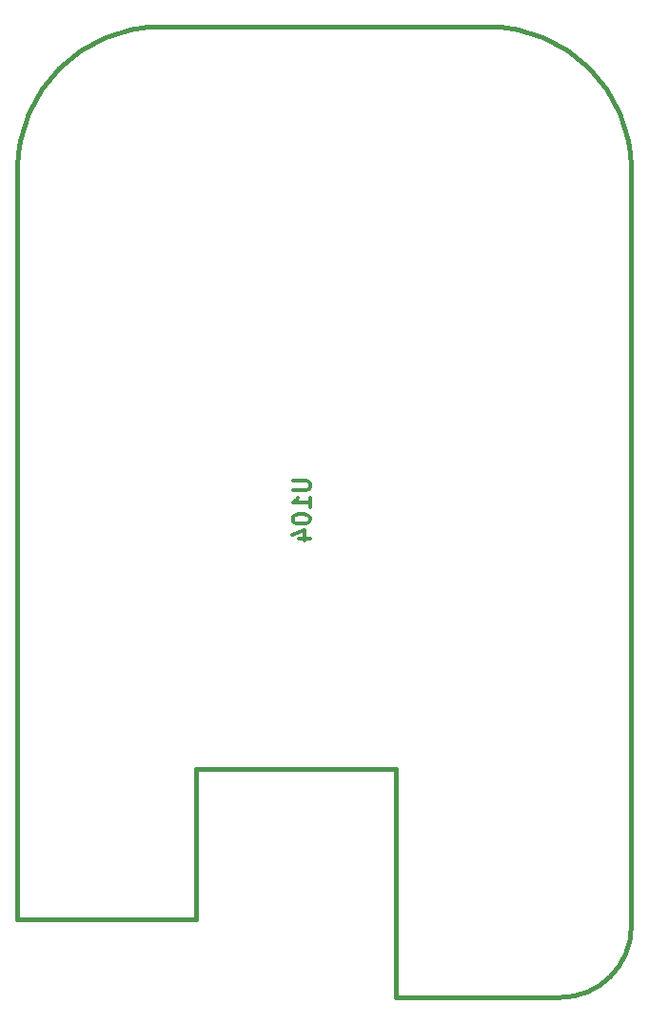
<source format=gbo>
G04 #@! TF.FileFunction,Legend,Bot*
%FSLAX46Y46*%
G04 Gerber Fmt 4.6, Leading zero omitted, Abs format (unit mm)*
G04 Created by KiCad (PCBNEW no-vcs-found-product) date Seg 25 Abr 2016 23:01:13 BRT*
%MOMM*%
G01*
G04 APERTURE LIST*
%ADD10C,0.100000*%
%ADD11C,0.381000*%
%ADD12C,0.304800*%
G04 APERTURE END LIST*
D10*
D11*
X311189000Y-178195000D02*
X311570000Y-178195000D01*
X311570000Y-178195000D02*
X311570000Y-164860000D01*
X311570000Y-164860000D02*
X329350000Y-164860000D01*
X329350000Y-164860000D02*
X329350000Y-185180000D01*
X329350000Y-185180000D02*
X329731000Y-185180000D01*
X295695000Y-111520000D02*
X295695000Y-178195000D01*
X295695000Y-178195000D02*
X311189000Y-178195000D01*
X329731000Y-185180000D02*
X342685000Y-185180000D01*
X343955000Y-185180000D02*
X342685000Y-185180000D01*
X350305000Y-111520000D02*
X350305000Y-178830000D01*
X337605000Y-98820000D02*
X308395000Y-98820000D01*
X350305000Y-111520000D02*
G75*
G03X337605000Y-98820000I-12700000J0D01*
G01*
X308395000Y-98820000D02*
G75*
G03X295695000Y-111520000I0J-12700000D01*
G01*
X343955000Y-185180000D02*
G75*
G03X350305000Y-178830000I0J6350000D01*
G01*
D12*
X320165428Y-139189308D02*
X321399142Y-139189308D01*
X321544285Y-139261880D01*
X321616857Y-139334451D01*
X321689428Y-139479594D01*
X321689428Y-139769880D01*
X321616857Y-139915022D01*
X321544285Y-139987594D01*
X321399142Y-140060165D01*
X320165428Y-140060165D01*
X321689428Y-141584165D02*
X321689428Y-140713308D01*
X321689428Y-141148737D02*
X320165428Y-141148737D01*
X320383142Y-141003594D01*
X320528285Y-140858451D01*
X320600857Y-140713308D01*
X320165428Y-142527594D02*
X320165428Y-142672737D01*
X320238000Y-142817880D01*
X320310571Y-142890451D01*
X320455714Y-142963022D01*
X320746000Y-143035594D01*
X321108857Y-143035594D01*
X321399142Y-142963022D01*
X321544285Y-142890451D01*
X321616857Y-142817880D01*
X321689428Y-142672737D01*
X321689428Y-142527594D01*
X321616857Y-142382451D01*
X321544285Y-142309880D01*
X321399142Y-142237308D01*
X321108857Y-142164737D01*
X320746000Y-142164737D01*
X320455714Y-142237308D01*
X320310571Y-142309880D01*
X320238000Y-142382451D01*
X320165428Y-142527594D01*
X320673428Y-144341880D02*
X321689428Y-144341880D01*
X320092857Y-143979022D02*
X321181428Y-143616165D01*
X321181428Y-144559594D01*
M02*

</source>
